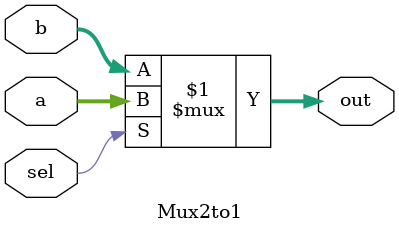
<source format=v>
module Mux2to1 #(parameter WORD_LEN=32) (
    input sel,
    input [WORD_LEN - 1: 0] a, b,
    output [WORD_LEN - 1:0] out
);

    assign out = sel ? a : b;

endmodule 

</source>
